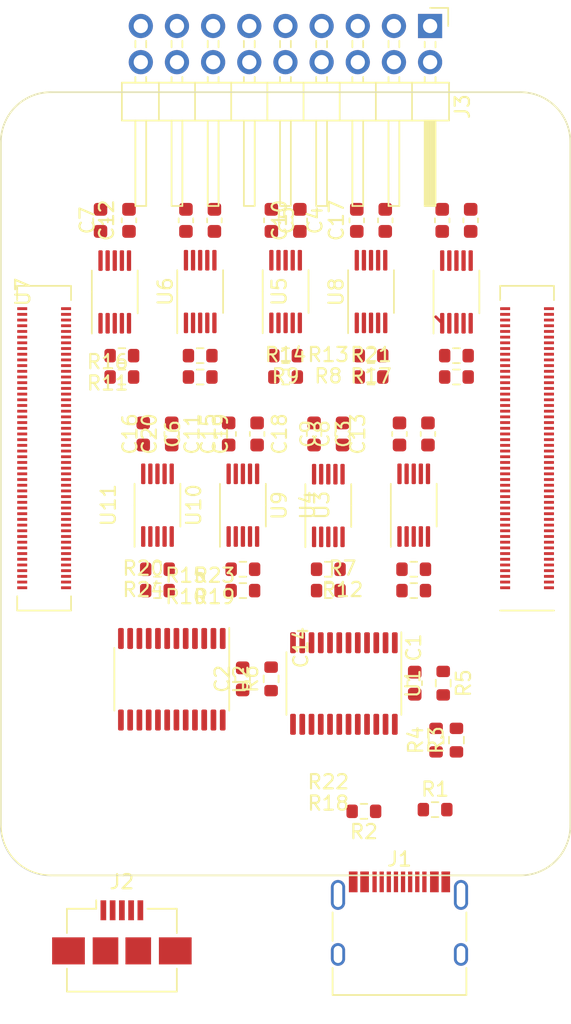
<source format=kicad_pcb>
(kicad_pcb (version 20210228) (generator pcbnew)
  (layers (0 "F.Cu" signal) (31 "B.Cu" signal) (34 "B.Paste" user) (35 "F.Paste" user) (36 "B.SilkS" user "B.Silkscreen") (37 "F.SilkS" user "F.Silkscreen") (38 "B.Mask" user) (39 "F.Mask" user) (44 "Edge.Cuts" user))
  (net 0 "")
  (net 68 "+3V3")
  (net 69 "Net-(C8-Pad1)")
  (net 70 "Net-(C9-Pad1)")
  (net 75 "Net-(C10-Pad1)")
  (net 81 "Net-(C11-Pad1)")
  (net 82 "Net-(C12-Pad1)")
  (net 83 "Net-(C17-Pad1)")
  (net 84 "Net-(C18-Pad1)")
  (net 85 "Net-(C19-Pad1)")
  (net 87 "Net-(C20-Pad1)")
  (net 89 "+5V")
  (net 91 "Net-(J1-PadA5)")
  (net 105 "M9-")
  (net 107 "M9+")
  (net 150 "GND")
  (net 151 "USB_D+")
  (net 152 "USB_D-")
  (net 155 "Net-(J1-PadB5)")
  (net 158 "USB_ID")
  (net 160 "RX")
  (net 161 "TX")
  (net 162 "~RPIBOOT")
  (net 163 "Global_EN")
  (net 164 "~EXTRST")
  (net 165 "SCL")
  (net 166 "SDA")
  (net 167 "Net-(R5-Pad2)")
  (net 168 "Net-(R6-Pad2)")
  (net 169 "SDA1")
  (net 170 "SDA3")
  (net 171 "SDA5")
  (net 172 "SDA7")
  (net 173 "SDA9")
  (net 174 "SDA2")
  (net 175 "SDA4")
  (net 176 "SDA6")
  (net 177 "SDA8")
  (net 184 "SCL5")
  (net 185 "SCL4")
  (net 186 "SCL3")
  (net 187 "SCL2")
  (net 188 "SCL1")
  (net 197 "SCL9")
  (net 198 "SCL8")
  (net 199 "SCL7")
  (net 200 "SCL6")
  (net 201 "M8-")
  (net 202 "M8+")
  (net 203 "M7-")
  (net 204 "M7+")
  (net 205 "M6-")
  (net 206 "M6+")
  (net 207 "M5-")
  (net 208 "M5+")
  (net 209 "M4-")
  (net 210 "M4+")
  (net 211 "M3-")
  (net 212 "M3+")
  (net 213 "M2-")
  (net 214 "M2+")
  (net 215 "M1-")
  (net 216 "M1+")
  (net 217 "M5-.")
  (footprint "Capacitor_SMD:C_0603_1608Metric" (layer "F.Cu") (at 131.5 61 -90)
    (fp_text reference "C19")
    (fp_text value "1u" hide)
  )
  (footprint "Resistor_SMD:R_0603_1608Metric" (layer "F.Cu") (at 138.5 72 180)
    (fp_text reference "R18")
    (fp_text value "2K2" hide)
  )
  (footprint "Resistor_SMD:R_0603_1608Metric" (layer "F.Cu") (at 132.5 72 180)
    (fp_text reference "R19")
    (fp_text value "2K2" hide)
  )
  (footprint "Resistor_SMD:R_0603_1608Metric" (layer "F.Cu") (at 147.5 57 180)
    (fp_text reference "R17")
    (fp_text value "2K2" hide)
  )
  (footprint "Capacitor_SMD:C_0603_1608Metric" (layer "F.Cu") (at 133.5 61 90)
    (fp_text reference "C15")
    (fp_text value "1u" hide)
  )
  (footprint "Resistor_SMD:R_0603_1608Metric" (layer "F.Cu") (at 144.5 70.5 180)
    (fp_text reference "R7")
    (fp_text value "2K2" hide)
  )
  (footprint "Capacitor_SMD:C_0603_1608Metric" (layer "F.Cu") (at 134.5 46 90)
    (fp_text reference "C10")
    (fp_text value "1u" hide)
  )
  (footprint "Resistor_SMD:R_0603_1608Metric" (layer "F.Cu") (at 124 57 180)
    (fp_text reference "R11")
    (fp_text value "2K2" hide)
  )
  (footprint "Connector_USB:USB_C_Receptacle_HRO_TYPE-C-31-M-12" (layer "F.Cu") (at 143.5 96.5)
    (fp_text reference "J1")
    (fp_text value "USB_C_Receptacle_USB2.0")
  )
  (footprint "Resistor_SMD:R_0603_1608Metric" (layer "F.Cu") (at 141.5 55.5 180)
    (fp_text reference "R13")
    (fp_text value "2K2" hide)
  )
  (footprint "CM4IO:Raspberry-Pi-4-Compute-Module" (layer "F.Cu") (at 152 40.5 180)
    (fp_text reference "Module1" hide)
    (fp_text value "ComputeModule4-CM4" hide)
  )
  (footprint "Resistor_SMD:R_0603_1608Metric" (layer "F.Cu") (at 134.4825 78.2 90)
    (fp_text reference "R6")
    (fp_text value "10K" hide)
  )
  (footprint "Capacitor_SMD:C_0603_1608Metric" (layer "F.Cu") (at 148.5 46 90)
    (fp_text reference "C13")
    (fp_text value "1u" hide)
  )
  (footprint "Capacitor_SMD:C_0603_1608Metric" (layer "F.Cu") (at 140.5 46 90)
    (fp_text reference "C9")
    (fp_text value "1u" hide)
  )
  (footprint "Resistor_SMD:R_0603_1608Metric" (layer "F.Cu") (at 146 87.38)
    (fp_text reference "R1")
    (fp_text value "5K1" hide)
  )
  (footprint "Capacitor_SMD:C_0603_1608Metric" (layer "F.Cu") (at 136.5 46 90)
    (fp_text reference "C5")
    (fp_text value "1u" hide)
  )
  (footprint "Capacitor_SMD:C_0603_1608Metric" (layer "F.Cu") (at 127.5 61 90)
    (fp_text reference "C16")
    (fp_text value "1u" hide)
  )
  (footprint "Package_SO:TSSOP-24_4.4x7.8mm_P0.65mm" (layer "F.Cu") (at 127.507626 78.225126 -90)
    (fp_text reference "U2")
    (fp_text value "TCA9548APWR" hide)
  )
  (footprint "Capacitor_SMD:C_0603_1608Metric" (layer "F.Cu") (at 139.5 61 90)
    (fp_text reference "C14")
    (fp_text value "1u" hide)
  )
  (footprint "Package_SO:TSSOP-24_4.4x7.8mm_P0.65mm" (layer "F.Cu") (at 139.595126 78.525126 -90)
    (fp_text reference "U1")
    (fp_text value "TCA9548APWR" hide)
  )
  (footprint "Resistor_SMD:R_0603_1608Metric" (layer "F.Cu") (at 124 55.5 180)
    (fp_text reference "R16")
    (fp_text value "2K2" hide)
  )
  (footprint "Resistor_SMD:R_0603_1608Metric" (layer "F.Cu") (at 141 87.5 180)
    (fp_text reference "R2")
    (fp_text value "5K1" hide)
  )
  (footprint "Capacitor_SMD:C_0603_1608Metric" (layer "F.Cu") (at 122.5 46 -90)
    (fp_text reference "C12")
    (fp_text value "1u" hide)
  )
  (footprint "Package_SO:VSSOP-10_3x3mm_P0.5mm" (layer "F.Cu") (at 144.5 66 90)
    (fp_text reference "U3")
    (fp_text value "DRV2605LDGS" hide)
  )
  (footprint "Package_SO:VSSOP-10_3x3mm_P0.5mm" (layer "F.Cu") (at 135.5 51 90)
    (fp_text reference "U5")
    (fp_text value "DRV2605LDGS" hide)
  )
  (footprint "Resistor_SMD:R_0603_1608Metric" (layer "F.Cu") (at 147.5 82.5 90)
    (fp_text reference "R3")
    (fp_text value "2K2" hide)
  )
  (footprint "Resistor_SMD:R_0603_1608Metric" (layer "F.Cu") (at 126.5 70.5 180)
    (fp_text reference "R20")
    (fp_text value "2K2" hide)
  )
  (footprint "Resistor_SMD:R_0603_1608Metric" (layer "F.Cu") (at 135.5 57 180)
    (fp_text reference "R9")
    (fp_text value "2K2" hide)
  )
  (footprint "Capacitor_SMD:C_0603_1608Metric" (layer "F.Cu") (at 142.5 46 90)
    (fp_text reference "C4")
    (fp_text value "1u" hide)
  )
  (footprint "Capacitor_SMD:C_0603_1608Metric" (layer "F.Cu") (at 132.4825 78.2 90)
    (fp_text reference "C2")
    (fp_text value "1u" hide)
  )
  (footprint "Resistor_SMD:R_0603_1608Metric" (layer "F.Cu") (at 138.5 70.5 180)
    (fp_text reference "R22")
    (fp_text value "2K2" hide)
  )
  (footprint "Package_SO:VSSOP-10_3x3mm_P0.5mm" (layer "F.Cu") (at 132.5 66 90)
    (fp_text reference "U10")
    (fp_text value "DRV2605LDGS" hide)
  )
  (footprint "Resistor_SMD:R_0603_1608Metric" (layer "F.Cu") (at 146.57 78.5 90)
    (fp_text reference "R5")
    (fp_text value "10K" hide)
  )
  (footprint "Resistor_SMD:R_0603_1608Metric" (layer "F.Cu") (at 129.5 55.5 180)
    (fp_text reference "R15")
    (fp_text value "2K2" hide)
  )
  (footprint "Capacitor_SMD:C_0603_1608Metric" (layer "F.Cu") (at 145.5 61 90)
    (fp_text reference "C3")
    (fp_text value "1u" hide)
  )
  (footprint "Resistor_SMD:R_0603_1608Metric" (layer "F.Cu") (at 126.5 72 180)
    (fp_text reference "R24")
    (fp_text value "2K2" hide)
  )
  (footprint "Capacitor_SMD:C_0603_1608Metric" (layer "F.Cu") (at 143.5 61 90)
    (fp_text reference "C8")
    (fp_text value "1u" hide)
  )
  (footprint "Capacitor_SMD:C_0603_1608Metric" (layer "F.Cu") (at 144.57 78.5 90)
    (fp_text reference "C1")
    (fp_text value "1u" hide)
  )
  (footprint "Package_SO:VSSOP-10_3x3mm_P0.5mm" (layer "F.Cu") (at 147.5 51.025126 90)
    (fp_text reference "U8")
    (fp_text value "DRV2605LDGS" hide)
  )
  (footprint "Capacitor_SMD:C_0603_1608Metric" (layer "F.Cu") (at 125.5 61 -90)
    (fp_text reference "C20")
    (fp_text value "1u" hide)
  )
  (footprint "Package_SO:VSSOP-10_3x3mm_P0.5mm" (layer "F.Cu") (at 141.5 51 90)
    (fp_text reference "U4")
    (fp_text value "DRV2605LDGS" hide)
  )
  (footprint "Capacitor_SMD:C_0603_1608Metric" (layer "F.Cu") (at 146.5 46 90)
    (fp_text reference "C17")
    (fp_text value "1u" hide)
  )
  (footprint "Resistor_SMD:R_0603_1608Metric" (layer "F.Cu") (at 129.5 57 180)
    (fp_text reference "R10")
    (fp_text value "2K2" hide)
  )
  (footprint "Package_SO:VSSOP-10_3x3mm_P0.5mm" (layer "F.Cu") (at 126.5 66 90)
    (fp_text reference "U11")
    (fp_text value "DRV2605LDGS" hide)
  )
  (footprint "Capacitor_SMD:C_0603_1608Metric" (layer "F.Cu") (at 137.5 61 90)
    (fp_text reference "C18")
    (fp_text value "1u" hide)
  )
  (footprint "Resistor_SMD:R_0603_1608Metric" (layer "F.Cu") (at 144.5 72 180)
    (fp_text reference "R12")
    (fp_text value "2K2" hide)
  )
  (footprint "Resistor_SMD:R_0603_1608Metric" (layer "F.Cu") (at 146.07 82.5 90)
    (fp_text reference "R4")
    (fp_text value "2K2" hide)
  )
  (footprint "Resistor_SMD:R_0603_1608Metric" (layer "F.Cu") (at 132.5 70.5 180)
    (fp_text reference "R23")
    (fp_text value "2K2" hide)
  )
  (footprint "Resistor_SMD:R_0603_1608Metric" (layer "F.Cu") (at 141.5 57 180)
    (fp_text reference "R8")
    (fp_text value "2K2" hide)
  )
  (footprint "Capacitor_SMD:C_0603_1608Metric" (layer "F.Cu") (at 128.5 46 -90)
    (fp_text reference "C11")
    (fp_text value "1u" hide)
  )
  (footprint "Connector_PinHeader_2.54mm:PinHeader_2x09_P2.54mm_Horizontal" (layer "F.Cu") (at 145.65 32.35 -90)
    (fp_text reference "J3")
    (fp_text value "Conn_02x09_Odd_Even" hide)
  )
  (footprint "Capacitor_SMD:C_0603_1608Metric" (layer "F.Cu") (at 130.5 46 90)
    (fp_text reference "C6")
    (fp_text value "1u" hide)
  )
  (footprint "Connector_USB:USB_Micro-B_Amphenol_10104110_Horizontal" (layer "F.Cu") (at 124 96)
    (fp_text reference "J2")
    (fp_text value "USB_B_Micro")
  )
  (footprint "Package_SO:VSSOP-10_3x3mm_P0.5mm" (layer "F.Cu") (at 138.5 66.025126 90)
    (fp_text reference "U9")
    (fp_text value "DRV2605LDGS" hide)
  )
  (footprint "Package_SO:VSSOP-10_3x3mm_P0.5mm" (layer "F.Cu") (at 123.5 51.025126 90)
    (fp_text reference "U7")
    (fp_text value "DRV2605LDGS" hide)
  )
  (footprint "Package_SO:VSSOP-10_3x3mm_P0.5mm" (layer "F.Cu") (at 129.5 51 90)
    (fp_text reference "U6")
    (fp_text value "DRV2605LDGS" hide)
  )
  (footprint "Resistor_SMD:R_0603_1608Metric" (layer "F.Cu") (at 135.5 55.5 180)
    (fp_text reference "R14")
    (fp_text value "2K2" hide)
  )
  (footprint "Resistor_SMD:R_0603_1608Metric" (layer "F.Cu") (at 147.5 55.5 180)
    (fp_text reference "R21")
    (fp_text value "2K2" hide)
  )
  (footprint "Capacitor_SMD:C_0603_1608Metric" (layer "F.Cu") (at 124.5 46 90)
    (fp_text reference "C7")
    (fp_text value "1u" hide)
  )
  (gr_arc (start 152.000002 88.5) (end 155.5 88.5) (angle 90) (layer "Edge.Cuts") (width 0.05))
  (gr_arc (start 119 40.5) (end 115.5 40.5) (angle 90) (layer "Edge.Cuts") (width 0.05))
  (gr_arc (start 118.974874 88.525126) (end 118.974874 92.025126) (angle 90) (layer "Edge.Cuts") (width 0.05))
  (gr_arc (start 152 40.5) (end 152 37) (angle 90) (layer "Edge.Cuts") (width 0.05))
  (gr_line (start 155.5 40.5) (end 155.5 88.5) (layer "Edge.Cuts") (width 0.05))
  (gr_line (start 119 37) (end 152 37) (layer "Edge.Cuts") (width 0.05))
  (gr_line (start 152 92) (end 119 92) (layer "Edge.Cuts") (width 0.05))
  (gr_line (start 115.5 88.5) (end 115.5 40.5) (layer "Edge.Cuts") (width 0.05))
  (segment (start 146.5 53.225126) (end 146.04998 52.775106) (width 0.2) (layer "F.Cu") (net 83))
)
</source>
